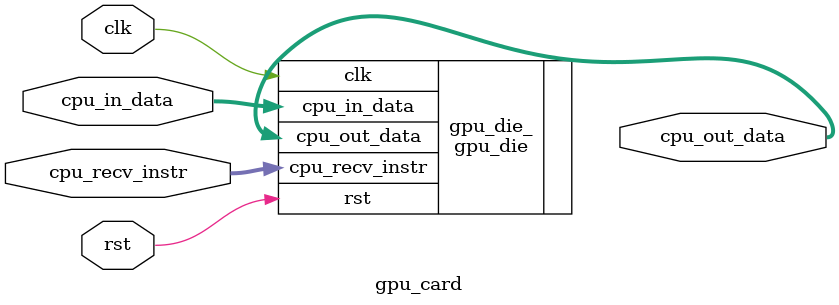
<source format=sv>
module gpu_card(
    input clk,
    input rst,
    input [31:0] cpu_recv_instr,  
    input [31:0] cpu_in_data,
    output reg [31:0] cpu_out_data
);
    gpu_die gpu_die_(
        .clk(clk),
        .rst(rst),
        .cpu_recv_instr(cpu_recv_instr),
        .cpu_in_data(cpu_in_data),
        .cpu_out_data(cpu_out_data)
    );

    // global_mem will go here
    // global_mem global_mem_();
endmodule

</source>
